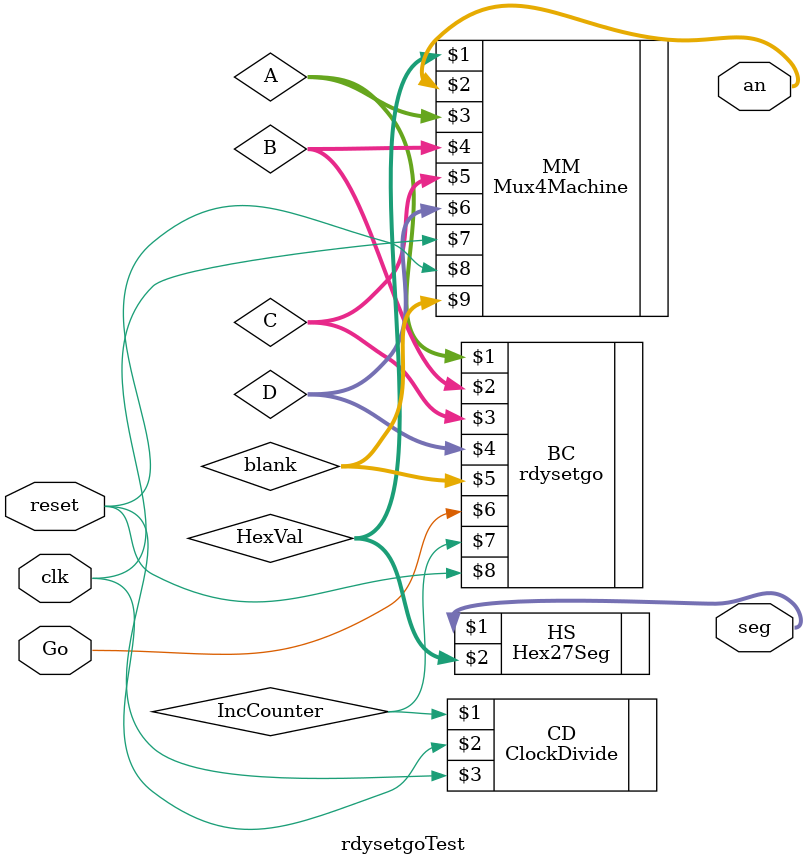
<source format=v>


module rdysetgoTest(Go, an, seg, clk, reset );
	output [3:0] an;
	output [0:6] seg;
	input clk, reset, Go;
	
	wire IncCounter;
	wire [7:0] Count;
	wire [3:0] A, B, C, D, blank;
	wire [3:0] HexVal;
	
	ClockDivide CD(IncCounter, clk, reset);
	
	rdysetgo 	BC(A, B, C, D, blank, Go, IncCounter, reset);
	
	Mux4Machine MM(HexVal,an,A,B,C,D,clk,reset,blank);
	
	Hex27Seg 	HS(seg,HexVal);
	
endmodule

</source>
